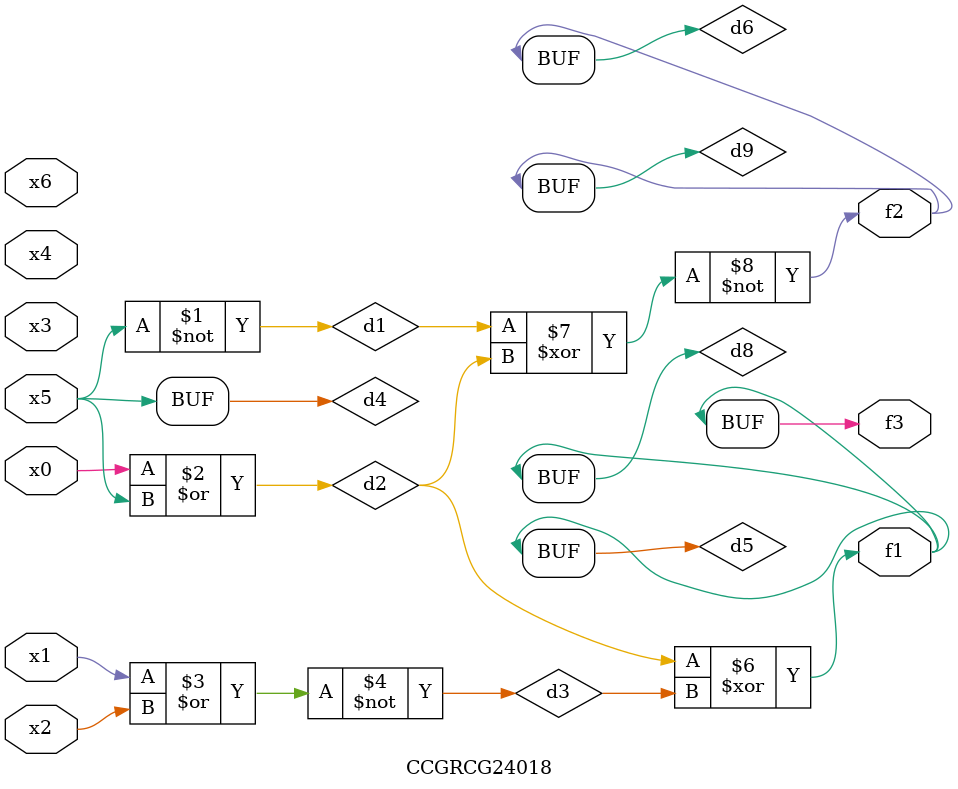
<source format=v>
module CCGRCG24018(
	input x0, x1, x2, x3, x4, x5, x6,
	output f1, f2, f3
);

	wire d1, d2, d3, d4, d5, d6, d7, d8, d9;

	nand (d1, x5);
	or (d2, x0, x5);
	nor (d3, x1, x2);
	xnor (d4, d1);
	xor (d5, d2, d3);
	xnor (d6, d1, d2);
	not (d7, x4);
	buf (d8, d5);
	xor (d9, d6);
	assign f1 = d8;
	assign f2 = d9;
	assign f3 = d8;
endmodule

</source>
